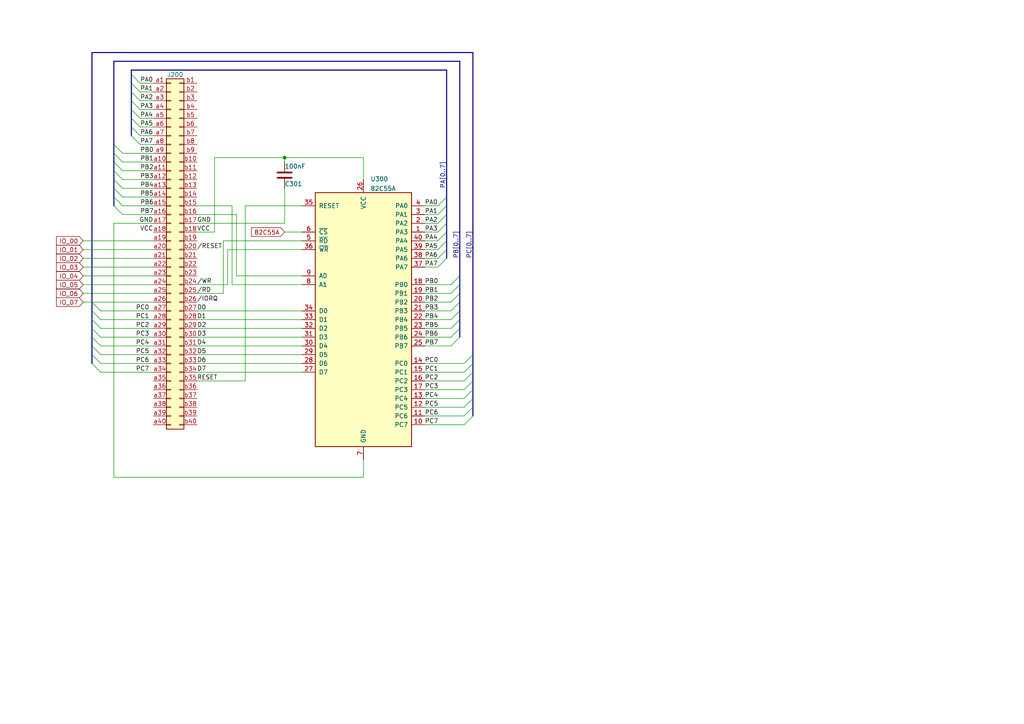
<source format=kicad_sch>
(kicad_sch (version 20211123) (generator eeschema)
  (paper "A4")
  (title_block (title "HMC56") (rev "A") (company "Open Software") (comment 1 "Retro computer HMC56 using R6502") (comment 2 "Paulo da Silva (pdsilva)") (comment 3 "ppsilv gmail com"))
  (lib_symbols
    (symbol "Connector_Generic:Conn_02x40_Row_Letter_First" (pin_names (offset 1.016) hide)
      (property "Reference" "J" (at 1.27 50.8 0))
      (property "Value" "Conn_02x40_Row_Letter_First" (at 1.27 -53.34 0))
      (symbol "Conn_02x40_Row_Letter_First_1_1"
        (rectangle (start -1.27 -50.673) (end 0 -50.927) (stroke (width 0.1524)))
        (rectangle (start -1.27 -48.133) (end 0 -48.387) (stroke (width 0.1524)))
        (rectangle (start -1.27 -45.593) (end 0 -45.847) (stroke (width 0.1524)))
        (rectangle (start -1.27 -43.053) (end 0 -43.307) (stroke (width 0.1524)))
        (rectangle (start -1.27 -40.513) (end 0 -40.767) (stroke (width 0.1524)))
        (rectangle (start -1.27 -37.973) (end 0 -38.227) (stroke (width 0.1524)))
        (rectangle (start -1.27 -35.433) (end 0 -35.687) (stroke (width 0.1524)))
        (rectangle (start -1.27 -32.893) (end 0 -33.147) (stroke (width 0.1524)))
        (rectangle (start -1.27 -30.353) (end 0 -30.607) (stroke (width 0.1524)))
        (rectangle (start -1.27 -27.813) (end 0 -28.067) (stroke (width 0.1524)))
        (rectangle (start -1.27 -25.273) (end 0 -25.527) (stroke (width 0.1524)))
        (rectangle (start -1.27 -22.733) (end 0 -22.987) (stroke (width 0.1524)))
        (rectangle (start -1.27 -20.193) (end 0 -20.447) (stroke (width 0.1524)))
        (rectangle (start -1.27 -17.653) (end 0 -17.907) (stroke (width 0.1524)))
        (rectangle (start -1.27 -15.113) (end 0 -15.367) (stroke (width 0.1524)))
        (rectangle (start -1.27 -12.573) (end 0 -12.827) (stroke (width 0.1524)))
        (rectangle (start -1.27 -10.033) (end 0 -10.287) (stroke (width 0.1524)))
        (rectangle (start -1.27 -7.493) (end 0 -7.747) (stroke (width 0.1524)))
        (rectangle (start -1.27 -4.953) (end 0 -5.207) (stroke (width 0.1524)))
        (rectangle (start -1.27 -2.413) (end 0 -2.667) (stroke (width 0.1524)))
        (rectangle (start -1.27 0.127) (end 0 -0.127) (stroke (width 0.1524)))
        (rectangle (start -1.27 2.667) (end 0 2.413) (stroke (width 0.1524)))
        (rectangle (start -1.27 5.207) (end 0 4.953) (stroke (width 0.1524)))
        (rectangle (start -1.27 7.747) (end 0 7.493) (stroke (width 0.1524)))
        (rectangle (start -1.27 10.287) (end 0 10.033) (stroke (width 0.1524)))
        (rectangle (start -1.27 12.827) (end 0 12.573) (stroke (width 0.1524)))
        (rectangle (start -1.27 15.367) (end 0 15.113) (stroke (width 0.1524)))
        (rectangle (start -1.27 17.907) (end 0 17.653) (stroke (width 0.1524)))
        (rectangle (start -1.27 20.447) (end 0 20.193) (stroke (width 0.1524)))
        (rectangle (start -1.27 22.987) (end 0 22.733) (stroke (width 0.1524)))
        (rectangle (start -1.27 25.527) (end 0 25.273) (stroke (width 0.1524)))
        (rectangle (start -1.27 28.067) (end 0 27.813) (stroke (width 0.1524)))
        (rectangle (start -1.27 30.607) (end 0 30.353) (stroke (width 0.1524)))
        (rectangle (start -1.27 33.147) (end 0 32.893) (stroke (width 0.1524)))
        (rectangle (start -1.27 35.687) (end 0 35.433) (stroke (width 0.1524)))
        (rectangle (start -1.27 38.227) (end 0 37.973) (stroke (width 0.1524)))
        (rectangle (start -1.27 40.767) (end 0 40.513) (stroke (width 0.1524)))
        (rectangle (start -1.27 43.307) (end 0 43.053) (stroke (width 0.1524)))
        (rectangle (start -1.27 45.847) (end 0 45.593) (stroke (width 0.1524)))
        (rectangle (start -1.27 48.387) (end 0 48.133) (stroke (width 0.1524)))
        (rectangle (start -1.27 49.53) (end 3.81 -52.07) (stroke (width 0.254)) (fill (type background)))
        (rectangle (start 3.81 -50.673) (end 2.54 -50.927) (stroke (width 0.1524)))
        (rectangle (start 3.81 -48.133) (end 2.54 -48.387) (stroke (width 0.1524)))
        (rectangle (start 3.81 -45.593) (end 2.54 -45.847) (stroke (width 0.1524)))
        (rectangle (start 3.81 -43.053) (end 2.54 -43.307) (stroke (width 0.1524)))
        (rectangle (start 3.81 -40.513) (end 2.54 -40.767) (stroke (width 0.1524)))
        (rectangle (start 3.81 -37.973) (end 2.54 -38.227) (stroke (width 0.1524)))
        (rectangle (start 3.81 -35.433) (end 2.54 -35.687) (stroke (width 0.1524)))
        (rectangle (start 3.81 -32.893) (end 2.54 -33.147) (stroke (width 0.1524)))
        (rectangle (start 3.81 -30.353) (end 2.54 -30.607) (stroke (width 0.1524)))
        (rectangle (start 3.81 -27.813) (end 2.54 -28.067) (stroke (width 0.1524)))
        (rectangle (start 3.81 -25.273) (end 2.54 -25.527) (stroke (width 0.1524)))
        (rectangle (start 3.81 -22.733) (end 2.54 -22.987) (stroke (width 0.1524)))
        (rectangle (start 3.81 -20.193) (end 2.54 -20.447) (stroke (width 0.1524)))
        (rectangle (start 3.81 -17.653) (end 2.54 -17.907) (stroke (width 0.1524)))
        (rectangle (start 3.81 -15.113) (end 2.54 -15.367) (stroke (width 0.1524)))
        (rectangle (start 3.81 -12.573) (end 2.54 -12.827) (stroke (width 0.1524)))
        (rectangle (start 3.81 -10.033) (end 2.54 -10.287) (stroke (width 0.1524)))
        (rectangle (start 3.81 -7.493) (end 2.54 -7.747) (stroke (width 0.1524)))
        (rectangle (start 3.81 -4.953) (end 2.54 -5.207) (stroke (width 0.1524)))
        (rectangle (start 3.81 -2.413) (end 2.54 -2.667) (stroke (width 0.1524)))
        (rectangle (start 3.81 0.127) (end 2.54 -0.127) (stroke (width 0.1524)))
        (rectangle (start 3.81 2.667) (end 2.54 2.413) (stroke (width 0.1524)))
        (rectangle (start 3.81 5.207) (end 2.54 4.953) (stroke (width 0.1524)))
        (rectangle (start 3.81 7.747) (end 2.54 7.493) (stroke (width 0.1524)))
        (rectangle (start 3.81 10.287) (end 2.54 10.033) (stroke (width 0.1524)))
        (rectangle (start 3.81 12.827) (end 2.54 12.573) (stroke (width 0.1524)))
        (rectangle (start 3.81 15.367) (end 2.54 15.113) (stroke (width 0.1524)))
        (rectangle (start 3.81 17.907) (end 2.54 17.653) (stroke (width 0.1524)))
        (rectangle (start 3.81 20.447) (end 2.54 20.193) (stroke (width 0.1524)))
        (rectangle (start 3.81 22.987) (end 2.54 22.733) (stroke (width 0.1524)))
        (rectangle (start 3.81 25.527) (end 2.54 25.273) (stroke (width 0.1524)))
        (rectangle (start 3.81 28.067) (end 2.54 27.813) (stroke (width 0.1524)))
        (rectangle (start 3.81 30.607) (end 2.54 30.353) (stroke (width 0.1524)))
        (rectangle (start 3.81 33.147) (end 2.54 32.893) (stroke (width 0.1524)))
        (rectangle (start 3.81 35.687) (end 2.54 35.433) (stroke (width 0.1524)))
        (rectangle (start 3.81 38.227) (end 2.54 37.973) (stroke (width 0.1524)))
        (rectangle (start 3.81 40.767) (end 2.54 40.513) (stroke (width 0.1524)))
        (rectangle (start 3.81 43.307) (end 2.54 43.053) (stroke (width 0.1524)))
        (rectangle (start 3.81 45.847) (end 2.54 45.593) (stroke (width 0.1524)))
        (rectangle (start 3.81 48.387) (end 2.54 48.133) (stroke (width 0.1524)))
        (pin passive line (at -5.08 48.26 0) (length 3.81) (name "Pin_a1") (number "a1"))
        (pin passive line (at -5.08 25.4 0) (length 3.81) (name "Pin_a10") (number "a10"))
        (pin passive line (at -5.08 22.86 0) (length 3.81) (name "Pin_a11") (number "a11"))
        (pin passive line (at -5.08 20.32 0) (length 3.81) (name "Pin_a12") (number "a12"))
        (pin passive line (at -5.08 17.78 0) (length 3.81) (name "Pin_a13") (number "a13"))
        (pin passive line (at -5.08 15.24 0) (length 3.81) (name "Pin_a14") (number "a14"))
        (pin passive line (at -5.08 12.7 0) (length 3.81) (name "Pin_a15") (number "a15"))
        (pin passive line (at -5.08 10.16 0) (length 3.81) (name "Pin_a16") (number "a16"))
        (pin passive line (at -5.08 7.62 0) (length 3.81) (name "Pin_a17") (number "a17"))
        (pin passive line (at -5.08 5.08 0) (length 3.81) (name "Pin_a18") (number "a18"))
        (pin passive line (at -5.08 2.54 0) (length 3.81) (name "Pin_a19") (number "a19"))
        (pin passive line (at -5.08 45.72 0) (length 3.81) (name "Pin_a2") (number "a2"))
        (pin passive line (at -5.08 0 0) (length 3.81) (name "Pin_a20") (number "a20"))
        (pin passive line (at -5.08 -2.54 0) (length 3.81) (name "Pin_a21") (number "a21"))
        (pin passive line (at -5.08 -5.08 0) (length 3.81) (name "Pin_a22") (number "a22"))
        (pin passive line (at -5.08 -7.62 0) (length 3.81) (name "Pin_a23") (number "a23"))
        (pin passive line (at -5.08 -10.16 0) (length 3.81) (name "Pin_a24") (number "a24"))
        (pin passive line (at -5.08 -12.7 0) (length 3.81) (name "Pin_a25") (number "a25"))
        (pin passive line (at -5.08 -15.24 0) (length 3.81) (name "Pin_a26") (number "a26"))
        (pin passive line (at -5.08 -17.78 0) (length 3.81) (name "Pin_a27") (number "a27"))
        (pin passive line (at -5.08 -20.32 0) (length 3.81) (name "Pin_a28") (number "a28"))
        (pin passive line (at -5.08 -22.86 0) (length 3.81) (name "Pin_a29") (number "a29"))
        (pin passive line (at -5.08 43.18 0) (length 3.81) (name "Pin_a3") (number "a3"))
        (pin passive line (at -5.08 -25.4 0) (length 3.81) (name "Pin_a30") (number "a30"))
        (pin passive line (at -5.08 -27.94 0) (length 3.81) (name "Pin_a31") (number "a31"))
        (pin passive line (at -5.08 -30.48 0) (length 3.81) (name "Pin_a32") (number "a32"))
        (pin passive line (at -5.08 -33.02 0) (length 3.81) (name "Pin_a33") (number "a33"))
        (pin passive line (at -5.08 -35.56 0) (length 3.81) (name "Pin_a34") (number "a34"))
        (pin passive line (at -5.08 -38.1 0) (length 3.81) (name "Pin_a35") (number "a35"))
        (pin passive line (at -5.08 -40.64 0) (length 3.81) (name "Pin_a36") (number "a36"))
        (pin passive line (at -5.08 -43.18 0) (length 3.81) (name "Pin_a37") (number "a37"))
        (pin passive line (at -5.08 -45.72 0) (length 3.81) (name "Pin_a38") (number "a38"))
        (pin passive line (at -5.08 -48.26 0) (length 3.81) (name "Pin_a39") (number "a39"))
        (pin passive line (at -5.08 40.64 0) (length 3.81) (name "Pin_a4") (number "a4"))
        (pin passive line (at -5.08 -50.8 0) (length 3.81) (name "Pin_a40") (number "a40"))
        (pin passive line (at -5.08 38.1 0) (length 3.81) (name "Pin_a5") (number "a5"))
        (pin passive line (at -5.08 35.56 0) (length 3.81) (name "Pin_a6") (number "a6"))
        (pin passive line (at -5.08 33.02 0) (length 3.81) (name "Pin_a7") (number "a7"))
        (pin passive line (at -5.08 30.48 0) (length 3.81) (name "Pin_a8") (number "a8"))
        (pin passive line (at -5.08 27.94 0) (length 3.81) (name "Pin_a9") (number "a9"))
        (pin passive line (at 7.62 48.26 180) (length 3.81) (name "Pin_b1") (number "b1"))
        (pin passive line (at 7.62 25.4 180) (length 3.81) (name "Pin_b10") (number "b10"))
        (pin passive line (at 7.62 22.86 180) (length 3.81) (name "Pin_b11") (number "b11"))
        (pin passive line (at 7.62 20.32 180) (length 3.81) (name "Pin_b12") (number "b12"))
        (pin passive line (at 7.62 17.78 180) (length 3.81) (name "Pin_b13") (number "b13"))
        (pin passive line (at 7.62 15.24 180) (length 3.81) (name "Pin_b14") (number "b14"))
        (pin passive line (at 7.62 12.7 180) (length 3.81) (name "Pin_b15") (number "b15"))
        (pin passive line (at 7.62 10.16 180) (length 3.81) (name "Pin_b16") (number "b16"))
        (pin passive line (at 7.62 7.62 180) (length 3.81) (name "Pin_b17") (number "b17"))
        (pin passive line (at 7.62 5.08 180) (length 3.81) (name "Pin_b18") (number "b18"))
        (pin passive line (at 7.62 2.54 180) (length 3.81) (name "Pin_b19") (number "b19"))
        (pin passive line (at 7.62 45.72 180) (length 3.81) (name "Pin_b2") (number "b2"))
        (pin passive line (at 7.62 0 180) (length 3.81) (name "Pin_b20") (number "b20"))
        (pin passive line (at 7.62 -2.54 180) (length 3.81) (name "Pin_b21") (number "b21"))
        (pin passive line (at 7.62 -5.08 180) (length 3.81) (name "Pin_b22") (number "b22"))
        (pin passive line (at 7.62 -7.62 180) (length 3.81) (name "Pin_b23") (number "b23"))
        (pin passive line (at 7.62 -10.16 180) (length 3.81) (name "Pin_b24") (number "b24"))
        (pin passive line (at 7.62 -12.7 180) (length 3.81) (name "Pin_b25") (number "b25"))
        (pin passive line (at 7.62 -15.24 180) (length 3.81) (name "Pin_b26") (number "b26"))
        (pin passive line (at 7.62 -17.78 180) (length 3.81) (name "Pin_b27") (number "b27"))
        (pin passive line (at 7.62 -20.32 180) (length 3.81) (name "Pin_b28") (number "b28"))
        (pin passive line (at 7.62 -22.86 180) (length 3.81) (name "Pin_b29") (number "b29"))
        (pin passive line (at 7.62 43.18 180) (length 3.81) (name "Pin_b3") (number "b3"))
        (pin passive line (at 7.62 -25.4 180) (length 3.81) (name "Pin_b30") (number "b30"))
        (pin passive line (at 7.62 -27.94 180) (length 3.81) (name "Pin_b31") (number "b31"))
        (pin passive line (at 7.62 -30.48 180) (length 3.81) (name "Pin_b32") (number "b32"))
        (pin passive line (at 7.62 -33.02 180) (length 3.81) (name "Pin_b33") (number "b33"))
        (pin passive line (at 7.62 -35.56 180) (length 3.81) (name "Pin_b34") (number "b34"))
        (pin passive line (at 7.62 -38.1 180) (length 3.81) (name "Pin_b35") (number "b35"))
        (pin passive line (at 7.62 -40.64 180) (length 3.81) (name "Pin_b36") (number "b36"))
        (pin passive line (at 7.62 -43.18 180) (length 3.81) (name "Pin_b37") (number "b37"))
        (pin passive line (at 7.62 -45.72 180) (length 3.81) (name "Pin_b38") (number "b38"))
        (pin passive line (at 7.62 -48.26 180) (length 3.81) (name "Pin_b39") (number "b39"))
        (pin passive line (at 7.62 40.64 180) (length 3.81) (name "Pin_b4") (number "b4"))
        (pin passive line (at 7.62 -50.8 180) (length 3.81) (name "Pin_b40") (number "b40"))
        (pin passive line (at 7.62 38.1 180) (length 3.81) (name "Pin_b5") (number "b5"))
        (pin passive line (at 7.62 35.56 180) (length 3.81) (name "Pin_b6") (number "b6"))
        (pin passive line (at 7.62 33.02 180) (length 3.81) (name "Pin_b7") (number "b7"))
        (pin passive line (at 7.62 30.48 180) (length 3.81) (name "Pin_b8") (number "b8"))
        (pin passive line (at 7.62 27.94 180) (length 3.81) (name "Pin_b9") (number "b9"))
      )
    )
    (symbol "Device:C" (pin_numbers hide) (pin_names (offset 0.254))
      (property "Reference" "C" (at 0.635 2.54 0))
      (property "Value" "C" (at 0.635 -2.54 0))
      (symbol "C_0_1"
        (polyline (pts (xy -2.032 -0.762) (xy 2.032 -0.762)) (stroke (width 0.508)))
        (polyline (pts (xy -2.032 0.762) (xy 2.032 0.762)) (stroke (width 0.508)))
      )
      (symbol "C_1_1"
        (pin passive line (at 0 3.81 270) (length 2.794) (name "~") (number "1"))
        (pin passive line (at 0 -3.81 90) (length 2.794) (name "~") (number "2"))
      )
    )
    (symbol "Interface:82C55A" (pin_names (offset 1.016))
      (property "Reference" "U" (at -13.97 38.1 0))
      (property "Value" "82C55A" (at 8.89 38.1 0))
      (symbol "82C55A_1_1"
        (rectangle (start -13.97 -36.83) (end 13.97 36.83) (stroke (width 0.254)) (fill (type background)))
        (pin bidirectional line (at 17.78 25.4 180) (length 3.81) (name "PA3") (number "1"))
        (pin bidirectional line (at 17.78 -30.48 180) (length 3.81) (name "PC7") (number "10"))
        (pin bidirectional line (at 17.78 -27.94 180) (length 3.81) (name "PC6") (number "11"))
        (pin bidirectional line (at 17.78 -25.4 180) (length 3.81) (name "PC5") (number "12"))
        (pin bidirectional line (at 17.78 -22.86 180) (length 3.81) (name "PC4") (number "13"))
        (pin bidirectional line (at 17.78 -12.7 180) (length 3.81) (name "PC0") (number "14"))
        (pin bidirectional line (at 17.78 -15.24 180) (length 3.81) (name "PC1") (number "15"))
        (pin bidirectional line (at 17.78 -17.78 180) (length 3.81) (name "PC2") (number "16"))
        (pin bidirectional line (at 17.78 -20.32 180) (length 3.81) (name "PC3") (number "17"))
        (pin bidirectional line (at 17.78 10.16 180) (length 3.81) (name "PB0") (number "18"))
        (pin bidirectional line (at 17.78 7.62 180) (length 3.81) (name "PB1") (number "19"))
        (pin bidirectional line (at 17.78 27.94 180) (length 3.81) (name "PA2") (number "2"))
        (pin bidirectional line (at 17.78 5.08 180) (length 3.81) (name "PB2") (number "20"))
        (pin bidirectional line (at 17.78 2.54 180) (length 3.81) (name "PB3") (number "21"))
        (pin bidirectional line (at 17.78 0 180) (length 3.81) (name "PB4") (number "22"))
        (pin bidirectional line (at 17.78 -2.54 180) (length 3.81) (name "PB5") (number "23"))
        (pin bidirectional line (at 17.78 -5.08 180) (length 3.81) (name "PB6") (number "24"))
        (pin bidirectional line (at 17.78 -7.62 180) (length 3.81) (name "PB7") (number "25"))
        (pin power_in line (at 0 40.64 270) (length 3.81) (name "VCC") (number "26"))
        (pin bidirectional line (at -17.78 -15.24 0) (length 3.81) (name "D7") (number "27"))
        (pin bidirectional line (at -17.78 -12.7 0) (length 3.81) (name "D6") (number "28"))
        (pin bidirectional line (at -17.78 -10.16 0) (length 3.81) (name "D5") (number "29"))
        (pin bidirectional line (at 17.78 30.48 180) (length 3.81) (name "PA1") (number "3"))
        (pin bidirectional line (at -17.78 -7.62 0) (length 3.81) (name "D4") (number "30"))
        (pin bidirectional line (at -17.78 -5.08 0) (length 3.81) (name "D3") (number "31"))
        (pin bidirectional line (at -17.78 -2.54 0) (length 3.81) (name "D2") (number "32"))
        (pin bidirectional line (at -17.78 0 0) (length 3.81) (name "D1") (number "33"))
        (pin bidirectional line (at -17.78 2.54 0) (length 3.81) (name "D0") (number "34"))
        (pin input line (at -17.78 33.02 0) (length 3.81) (name "RESET") (number "35"))
        (pin input line (at -17.78 20.32 0) (length 3.81) (name "~{WR}") (number "36"))
        (pin bidirectional line (at 17.78 15.24 180) (length 3.81) (name "PA7") (number "37"))
        (pin bidirectional line (at 17.78 17.78 180) (length 3.81) (name "PA6") (number "38"))
        (pin bidirectional line (at 17.78 20.32 180) (length 3.81) (name "PA5") (number "39"))
        (pin bidirectional line (at 17.78 33.02 180) (length 3.81) (name "PA0") (number "4"))
        (pin bidirectional line (at 17.78 22.86 180) (length 3.81) (name "PA4") (number "40"))
        (pin input line (at -17.78 22.86 0) (length 3.81) (name "~{RD}") (number "5"))
        (pin input line (at -17.78 25.4 0) (length 3.81) (name "~{CS}") (number "6"))
        (pin power_in line (at 0 -40.64 90) (length 3.81) (name "GND") (number "7"))
        (pin input line (at -17.78 10.16 0) (length 3.81) (name "A1") (number "8"))
        (pin input line (at -17.78 12.7 0) (length 3.81) (name "A0") (number "9"))
      )
    )
  )
  (junction (at 82.55 45.72))
  (bus_entry (at 26.67 100.33) (size 2.54 2.54))
  (bus_entry (at 129.54 64.77) (size -2.54 2.54))
  (bus_entry (at 137.16 110.49) (size -2.54 2.54))
  (bus_entry (at 137.16 118.11) (size -2.54 2.54))
  (bus_entry (at 38.1 36.83) (size 2.54 2.54))
  (bus_entry (at 133.35 90.17) (size -2.54 2.54))
  (bus_entry (at 26.67 102.87) (size 2.54 2.54))
  (bus_entry (at 33.02 46.99) (size 2.54 2.54))
  (bus_entry (at 26.67 87.63) (size 2.54 2.54))
  (bus_entry (at 26.67 90.17) (size 2.54 2.54))
  (bus_entry (at 26.67 105.41) (size 2.54 2.54))
  (bus_entry (at 33.02 49.53) (size 2.54 2.54))
  (bus_entry (at 38.1 26.67) (size 2.54 2.54))
  (bus_entry (at 129.54 57.15) (size -2.54 2.54))
  (bus_entry (at 133.35 82.55) (size -2.54 2.54))
  (bus_entry (at 26.67 97.79) (size 2.54 2.54))
  (bus_entry (at 133.35 80.01) (size -2.54 2.54))
  (bus_entry (at 129.54 74.93) (size -2.54 2.54))
  (bus_entry (at 137.16 105.41) (size -2.54 2.54))
  (bus_entry (at 129.54 72.39) (size -2.54 2.54))
  (bus_entry (at 129.54 67.31) (size -2.54 2.54))
  (bus_entry (at 26.67 95.25) (size 2.54 2.54))
  (bus_entry (at 33.02 59.69) (size 2.54 2.54))
  (bus_entry (at 129.54 69.85) (size -2.54 2.54))
  (bus_entry (at 129.54 59.69) (size -2.54 2.54))
  (bus_entry (at 26.67 92.71) (size 2.54 2.54))
  (bus_entry (at 133.35 95.25) (size -2.54 2.54))
  (bus_entry (at 133.35 87.63) (size -2.54 2.54))
  (bus_entry (at 33.02 57.15) (size 2.54 2.54))
  (bus_entry (at 137.16 113.03) (size -2.54 2.54))
  (bus_entry (at 38.1 29.21) (size 2.54 2.54))
  (bus_entry (at 137.16 115.57) (size -2.54 2.54))
  (bus_entry (at 137.16 120.65) (size -2.54 2.54))
  (bus_entry (at 38.1 34.29) (size 2.54 2.54))
  (bus_entry (at 33.02 52.07) (size 2.54 2.54))
  (bus_entry (at 129.54 62.23) (size -2.54 2.54))
  (bus_entry (at 133.35 92.71) (size -2.54 2.54))
  (bus_entry (at 38.1 21.59) (size 2.54 2.54))
  (bus_entry (at 33.02 54.61) (size 2.54 2.54))
  (bus_entry (at 38.1 24.13) (size 2.54 2.54))
  (bus_entry (at 33.02 41.91) (size 2.54 2.54))
  (bus_entry (at 137.16 102.87) (size -2.54 2.54))
  (bus_entry (at 38.1 39.37) (size 2.54 2.54))
  (bus_entry (at 33.02 44.45) (size 2.54 2.54))
  (bus_entry (at 133.35 97.79) (size -2.54 2.54))
  (bus_entry (at 137.16 107.95) (size -2.54 2.54))
  (bus_entry (at 133.35 85.09) (size -2.54 2.54))
  (bus_entry (at 38.1 31.75) (size 2.54 2.54))
  (bus (pts (xy 26.67 87.63) (xy 26.67 90.17)))
  (bus (pts (xy 137.16 115.57) (xy 137.16 113.03)))
  (bus (pts (xy 129.54 69.85) (xy 129.54 72.39)))
  (wire (pts (xy 123.19 74.93) (xy 127 74.93)))
  (wire (pts (xy 57.15 97.79) (xy 87.63 97.79)))
  (wire (pts (xy 57.15 105.41) (xy 87.63 105.41)))
  (bus (pts (xy 133.35 95.25) (xy 133.35 97.79)))
  (bus (pts (xy 38.1 34.29) (xy 38.1 31.75)))
  (bus (pts (xy 137.16 102.87) (xy 137.16 15.24)))
  (wire (pts (xy 123.19 118.11) (xy 134.62 118.11)))
  (bus (pts (xy 33.02 54.61) (xy 33.02 57.15)))
  (wire (pts (xy 123.19 82.55) (xy 130.81 82.55)))
  (wire (pts (xy 123.19 72.39) (xy 127 72.39)))
  (wire (pts (xy 82.55 45.72) (xy 105.41 45.72)))
  (wire (pts (xy 123.19 69.85) (xy 127 69.85)))
  (wire (pts (xy 57.15 92.71) (xy 87.63 92.71)))
  (wire (pts (xy 57.15 62.23) (xy 68.58 62.23)))
  (wire (pts (xy 40.64 34.29) (xy 44.45 34.29)))
  (wire (pts (xy 24.13 82.55) (xy 44.45 82.55)))
  (wire (pts (xy 67.31 82.55) (xy 67.31 59.69)))
  (wire (pts (xy 24.13 74.93) (xy 44.45 74.93)))
  (wire (pts (xy 29.21 90.17) (xy 44.45 90.17)))
  (wire (pts (xy 40.64 36.83) (xy 44.45 36.83)))
  (wire (pts (xy 123.19 92.71) (xy 130.81 92.71)))
  (bus (pts (xy 26.67 92.71) (xy 26.67 95.25)))
  (wire (pts (xy 64.77 85.09) (xy 64.77 69.85)))
  (wire (pts (xy 123.19 85.09) (xy 130.81 85.09)))
  (wire (pts (xy 40.64 26.67) (xy 44.45 26.67)))
  (wire (pts (xy 82.55 64.77) (xy 82.55 54.61)))
  (wire (pts (xy 57.15 85.09) (xy 64.77 85.09)))
  (wire (pts (xy 29.21 92.71) (xy 44.45 92.71)))
  (wire (pts (xy 123.19 115.57) (xy 134.62 115.57)))
  (bus (pts (xy 38.1 31.75) (xy 38.1 29.21)))
  (wire (pts (xy 66.04 82.55) (xy 66.04 72.39)))
  (bus (pts (xy 133.35 92.71) (xy 133.35 95.25)))
  (wire (pts (xy 35.56 54.61) (xy 44.45 54.61)))
  (wire (pts (xy 24.13 87.63) (xy 26.67 87.63)))
  (wire (pts (xy 29.21 95.25) (xy 44.45 95.25)))
  (wire (pts (xy 35.56 59.69) (xy 44.45 59.69)))
  (wire (pts (xy 82.55 45.72) (xy 82.55 46.99)))
  (wire (pts (xy 35.56 62.23) (xy 44.45 62.23)))
  (bus (pts (xy 33.02 41.91) (xy 33.02 44.45)))
  (wire (pts (xy 40.64 24.13) (xy 44.45 24.13)))
  (bus (pts (xy 26.67 100.33) (xy 26.67 102.87)))
  (wire (pts (xy 29.21 97.79) (xy 44.45 97.79)))
  (wire (pts (xy 123.19 105.41) (xy 134.62 105.41)))
  (bus (pts (xy 137.16 107.95) (xy 137.16 105.41)))
  (bus (pts (xy 26.67 15.24) (xy 26.67 87.63)))
  (wire (pts (xy 24.13 77.47) (xy 44.45 77.47)))
  (wire (pts (xy 123.19 64.77) (xy 127 64.77)))
  (wire (pts (xy 33.02 64.77) (xy 33.02 138.43)))
  (wire (pts (xy 29.21 100.33) (xy 44.45 100.33)))
  (wire (pts (xy 123.19 87.63) (xy 130.81 87.63)))
  (wire (pts (xy 123.19 62.23) (xy 127 62.23)))
  (bus (pts (xy 129.54 20.32) (xy 129.54 57.15)))
  (wire (pts (xy 44.45 64.77) (xy 33.02 64.77)))
  (bus (pts (xy 137.16 15.24) (xy 26.67 15.24)))
  (bus (pts (xy 129.54 59.69) (xy 129.54 62.23)))
  (bus (pts (xy 33.02 17.78) (xy 133.35 17.78)))
  (wire (pts (xy 29.21 102.87) (xy 44.45 102.87)))
  (wire (pts (xy 123.19 67.31) (xy 127 67.31)))
  (wire (pts (xy 71.12 59.69) (xy 87.63 59.69)))
  (wire (pts (xy 57.15 95.25) (xy 87.63 95.25)))
  (wire (pts (xy 26.67 87.63) (xy 44.45 87.63)))
  (bus (pts (xy 26.67 97.79) (xy 26.67 100.33)))
  (bus (pts (xy 129.54 57.15) (xy 129.54 59.69)))
  (wire (pts (xy 57.15 100.33) (xy 87.63 100.33)))
  (wire (pts (xy 57.15 110.49) (xy 71.12 110.49)))
  (wire (pts (xy 24.13 69.85) (xy 44.45 69.85)))
  (bus (pts (xy 129.54 62.23) (xy 129.54 64.77)))
  (bus (pts (xy 137.16 120.65) (xy 137.16 118.11)))
  (bus (pts (xy 38.1 29.21) (xy 38.1 26.67)))
  (bus (pts (xy 129.54 67.31) (xy 129.54 69.85)))
  (bus (pts (xy 137.16 110.49) (xy 137.16 107.95)))
  (wire (pts (xy 40.64 41.91) (xy 44.45 41.91)))
  (bus (pts (xy 33.02 17.78) (xy 33.02 41.91)))
  (bus (pts (xy 133.35 82.55) (xy 133.35 85.09)))
  (wire (pts (xy 24.13 85.09) (xy 44.45 85.09)))
  (bus (pts (xy 33.02 44.45) (xy 33.02 46.99)))
  (bus (pts (xy 26.67 102.87) (xy 26.67 105.41)))
  (wire (pts (xy 24.13 72.39) (xy 44.45 72.39)))
  (bus (pts (xy 38.1 26.67) (xy 38.1 24.13)))
  (wire (pts (xy 123.19 97.79) (xy 130.81 97.79)))
  (wire (pts (xy 40.64 29.21) (xy 44.45 29.21)))
  (wire (pts (xy 123.19 123.19) (xy 134.62 123.19)))
  (wire (pts (xy 57.15 102.87) (xy 87.63 102.87)))
  (bus (pts (xy 133.35 17.78) (xy 133.35 80.01)))
  (bus (pts (xy 137.16 113.03) (xy 137.16 110.49)))
  (wire (pts (xy 29.21 105.41) (xy 44.45 105.41)))
  (wire (pts (xy 40.64 39.37) (xy 44.45 39.37)))
  (bus (pts (xy 26.67 90.17) (xy 26.67 92.71)))
  (wire (pts (xy 57.15 64.77) (xy 82.55 64.77)))
  (bus (pts (xy 38.1 24.13) (xy 38.1 21.59)))
  (wire (pts (xy 123.19 77.47) (xy 127 77.47)))
  (bus (pts (xy 129.54 72.39) (xy 129.54 74.93)))
  (bus (pts (xy 38.1 39.37) (xy 38.1 36.83)))
  (wire (pts (xy 123.19 90.17) (xy 130.81 90.17)))
  (bus (pts (xy 33.02 57.15) (xy 33.02 59.69)))
  (wire (pts (xy 123.19 120.65) (xy 134.62 120.65)))
  (bus (pts (xy 133.35 85.09) (xy 133.35 87.63)))
  (wire (pts (xy 57.15 107.95) (xy 87.63 107.95)))
  (wire (pts (xy 68.58 80.01) (xy 87.63 80.01)))
  (wire (pts (xy 24.13 80.01) (xy 44.45 80.01)))
  (wire (pts (xy 123.19 59.69) (xy 127 59.69)))
  (wire (pts (xy 64.77 69.85) (xy 87.63 69.85)))
  (wire (pts (xy 87.63 82.55) (xy 67.31 82.55)))
  (wire (pts (xy 57.15 67.31) (xy 62.23 67.31)))
  (wire (pts (xy 68.58 62.23) (xy 68.58 80.01)))
  (bus (pts (xy 38.1 20.32) (xy 129.54 20.32)))
  (bus (pts (xy 26.67 95.25) (xy 26.67 97.79)))
  (wire (pts (xy 40.64 31.75) (xy 44.45 31.75)))
  (wire (pts (xy 105.41 45.72) (xy 105.41 52.07)))
  (wire (pts (xy 123.19 113.03) (xy 134.62 113.03)))
  (bus (pts (xy 33.02 49.53) (xy 33.02 52.07)))
  (bus (pts (xy 137.16 118.11) (xy 137.16 115.57)))
  (wire (pts (xy 57.15 59.69) (xy 67.31 59.69)))
  (wire (pts (xy 66.04 72.39) (xy 87.63 72.39)))
  (wire (pts (xy 35.56 49.53) (xy 44.45 49.53)))
  (wire (pts (xy 105.41 138.43) (xy 105.41 133.35)))
  (wire (pts (xy 29.21 107.95) (xy 44.45 107.95)))
  (bus (pts (xy 129.54 64.77) (xy 129.54 67.31)))
  (wire (pts (xy 123.19 100.33) (xy 130.81 100.33)))
  (wire (pts (xy 123.19 95.25) (xy 130.81 95.25)))
  (wire (pts (xy 35.56 52.07) (xy 44.45 52.07)))
  (wire (pts (xy 35.56 44.45) (xy 44.45 44.45)))
  (wire (pts (xy 123.19 107.95) (xy 134.62 107.95)))
  (wire (pts (xy 82.55 67.31) (xy 87.63 67.31)))
  (wire (pts (xy 57.15 90.17) (xy 87.63 90.17)))
  (bus (pts (xy 133.35 87.63) (xy 133.35 90.17)))
  (bus (pts (xy 38.1 36.83) (xy 38.1 34.29)))
  (wire (pts (xy 123.19 110.49) (xy 134.62 110.49)))
  (wire (pts (xy 35.56 57.15) (xy 44.45 57.15)))
  (bus (pts (xy 133.35 80.01) (xy 133.35 82.55)))
  (wire (pts (xy 35.56 46.99) (xy 44.45 46.99)))
  (bus (pts (xy 38.1 21.59) (xy 38.1 20.32)))
  (wire (pts (xy 62.23 45.72) (xy 82.55 45.72)))
  (bus (pts (xy 33.02 52.07) (xy 33.02 54.61)))
  (wire (pts (xy 57.15 82.55) (xy 66.04 82.55)))
  (wire (pts (xy 33.02 138.43) (xy 105.41 138.43)))
  (wire (pts (xy 62.23 67.31) (xy 62.23 45.72)))
  (wire (pts (xy 71.12 59.69) (xy 71.12 110.49)))
  (bus (pts (xy 133.35 90.17) (xy 133.35 92.71)))
  (bus (pts (xy 137.16 105.41) (xy 137.16 102.87)))
  (bus (pts (xy 33.02 46.99) (xy 33.02 49.53)))
  (label "PC3" (at 123.19 113.03 0))
  (label "GND" (at 57.15 64.77 0))
  (label "PC5" (at 123.19 118.11 0))
  (label "PC[0..7]" (at 137.16 74.93 90))
  (label "PB2" (at 40.64 49.53 0))
  (label "PA2" (at 123.19 64.77 0))
  (label "PB5" (at 123.19 95.25 0))
  (label "D4" (at 57.15 100.33 0))
  (label "{slash}RD" (at 57.15 85.09 0))
  (label "PB1" (at 123.19 85.09 0))
  (label "PA3" (at 123.19 67.31 0))
  (label "D0" (at 57.15 90.17 0))
  (label "PB0" (at 40.64 44.45 0))
  (label "PC0" (at 39.37 90.17 0))
  (label "PC6" (at 123.19 120.65 0))
  (label "PC2" (at 39.37 95.25 0))
  (label "PB3" (at 40.64 52.07 0))
  (label "PB7" (at 123.19 100.33 0))
  (label "PB[0..7]" (at 133.35 74.93 90))
  (label "PC5" (at 39.37 102.87 0))
  (label "PA[0..7]" (at 129.54 54.61 90))
  (label "PB7" (at 40.64 62.23 0))
  (label "VCC" (at 57.15 67.31 0))
  (label "PB4" (at 40.64 54.61 0))
  (label "PC7" (at 123.19 123.19 0))
  (label "PB6" (at 123.19 97.79 0))
  (label "D3" (at 57.15 97.79 0))
  (label "PB1" (at 40.64 46.99 0))
  (label "PB6" (at 40.64 59.69 0))
  (label "PC6" (at 39.37 105.41 0))
  (label "{slash}WR" (at 57.15 82.55 0))
  (label "PC0" (at 123.19 105.41 0))
  (label "PA0" (at 123.19 59.69 0))
  (label "PC1" (at 123.19 107.95 0))
  (label "PA5" (at 40.64 36.83 0))
  (label "PB3" (at 123.19 90.17 0))
  (label "PC4" (at 123.19 115.57 0))
  (label "PA4" (at 40.64 34.29 0))
  (label "GND" (at 44.45 64.77 180))
  (label "VCC" (at 44.45 67.31 180))
  (label "PA0" (at 40.64 24.13 0))
  (label "PB0" (at 123.19 82.55 0))
  (label "PA7" (at 123.19 77.47 0))
  (label "PC1" (at 39.37 92.71 0))
  (label "D2" (at 57.15 95.25 0))
  (label "PC2" (at 123.19 110.49 0))
  (label "PA4" (at 123.19 69.85 0))
  (label "PA6" (at 123.19 74.93 0))
  (label "PC3" (at 39.37 97.79 0))
  (label "D1" (at 57.15 92.71 0))
  (label "PA3" (at 40.64 31.75 0))
  (label "PB4" (at 123.19 92.71 0))
  (label "PA1" (at 40.64 26.67 0))
  (label "{slash}RESET" (at 57.15 72.39 0))
  (label "D7" (at 57.15 107.95 0))
  (label "PA6" (at 40.64 39.37 0))
  (label "PA1" (at 123.19 62.23 0))
  (label "{slash}IORQ" (at 57.15 87.63 0))
  (label "PA2" (at 40.64 29.21 0))
  (label "PA7" (at 40.64 41.91 0))
  (label "PB2" (at 123.19 87.63 0))
  (label "PA5" (at 123.19 72.39 0))
  (label "D6" (at 57.15 105.41 0))
  (label "PB5" (at 40.64 57.15 0))
  (label "PC7" (at 39.37 107.95 0))
  (label "D5" (at 57.15 102.87 0))
  (label "PC4" (at 39.37 100.33 0))
  (label "RESET" (at 57.15 110.49 0))
  (global_label "IO_01" (shape input) (at 24.13 72.39 180) (property "Intersheet References" "${INTERSHEET_REFS}" (effects hide)))
  (global_label "IO_07" (shape input) (at 24.13 87.63 180) (property "Intersheet References" "${INTERSHEET_REFS}" (effects hide)))
  (global_label "IO_05" (shape input) (at 24.13 82.55 180) (property "Intersheet References" "${INTERSHEET_REFS}" (effects hide)))
  (global_label "IO_02" (shape input) (at 24.13 74.93 180) (property "Intersheet References" "${INTERSHEET_REFS}" (effects hide)))
  (global_label "IO_00" (shape input) (at 24.13 69.85 180) (property "Intersheet References" "${INTERSHEET_REFS}" (effects hide)))
  (global_label "82C55A" (shape input) (at 82.55 67.31 180) (property "Intersheet References" "${INTERSHEET_REFS}" (effects hide)))
  (global_label "IO_06" (shape input) (at 24.13 85.09 180) (property "Intersheet References" "${INTERSHEET_REFS}" (effects hide)))
  (global_label "IO_03" (shape input) (at 24.13 77.47 180) (property "Intersheet References" "${INTERSHEET_REFS}" (effects hide)))
  (global_label "IO_04" (shape input) (at 24.13 80.01 180) (property "Intersheet References" "${INTERSHEET_REFS}" (effects hide)))
  (symbol (lib_id "Interface:82C55A") (at 105.41 92.71 0) (unit 1)
    (property "Reference" "U300" (at 107.4294 51.9135 0) (effects (justify left)))
    (property "Value" "82C55A" (at 107.4294 54.6886 0) (effects (justify left)))
    (property "Footprint" "Package_DIP:DIP-40_W15.24mm" (effects hide))
    (property "Datasheet" "http://jap.hu/electronic/8255.pdf" (effects hide))
  )
  (symbol (lib_id "Device:C") (at 82.55 50.8 0) (unit 1)
    (property "Reference" "C301" (at 82.55 53.34 0) (effects (justify left)))
    (property "Value" "100nF" (at 82.55 48.26 0) (effects (justify left)))
  )
  (symbol (lib_id "Connector_Generic:Conn_02x40_Row_Letter_First") (at 49.53 72.39 0) (unit 1)
    (property "Reference" "J200" (at 50.8 21.6685 0))
    (property "Value" "Conn_02x40_Row_Letter_First" (effects hide))
  )
)
</source>
